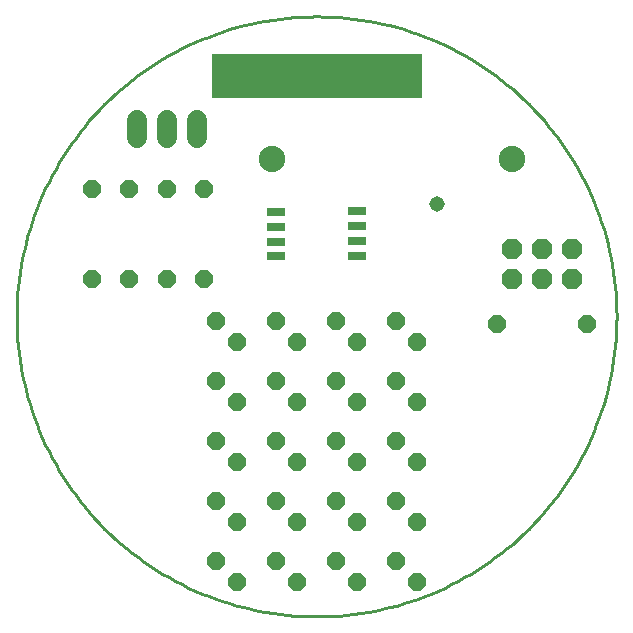
<source format=gbs>
G75*
%MOIN*%
%OFA0B0*%
%FSLAX25Y25*%
%IPPOS*%
%LPD*%
%AMOC8*
5,1,8,0,0,1.08239X$1,22.5*
%
%ADD10C,0.01000*%
%ADD11R,0.70000X0.15000*%
%ADD12C,0.08800*%
%ADD13R,0.06312X0.02769*%
%ADD14OC8,0.06800*%
%ADD15C,0.01200*%
%ADD16OC8,0.06000*%
%ADD17C,0.06800*%
%ADD18C,0.05156*%
D10*
X0001500Y0114770D02*
X0001530Y0117224D01*
X0001620Y0119677D01*
X0001771Y0122126D01*
X0001982Y0124572D01*
X0002252Y0127011D01*
X0002582Y0129443D01*
X0002972Y0131866D01*
X0003421Y0134279D01*
X0003930Y0136680D01*
X0004497Y0139068D01*
X0005122Y0141441D01*
X0005806Y0143798D01*
X0006547Y0146138D01*
X0007346Y0148459D01*
X0008201Y0150760D01*
X0009112Y0153038D01*
X0010079Y0155294D01*
X0011101Y0157526D01*
X0012178Y0159731D01*
X0013308Y0161910D01*
X0014491Y0164060D01*
X0015727Y0166180D01*
X0017015Y0168270D01*
X0018353Y0170327D01*
X0019742Y0172351D01*
X0021179Y0174340D01*
X0022665Y0176293D01*
X0024199Y0178209D01*
X0025779Y0180087D01*
X0027405Y0181926D01*
X0029075Y0183724D01*
X0030789Y0185481D01*
X0032546Y0187195D01*
X0034344Y0188865D01*
X0036183Y0190491D01*
X0038061Y0192071D01*
X0039977Y0193605D01*
X0041930Y0195091D01*
X0043919Y0196528D01*
X0045943Y0197917D01*
X0048000Y0199255D01*
X0050090Y0200543D01*
X0052210Y0201779D01*
X0054360Y0202962D01*
X0056539Y0204092D01*
X0058744Y0205169D01*
X0060976Y0206191D01*
X0063232Y0207158D01*
X0065510Y0208069D01*
X0067811Y0208924D01*
X0070132Y0209723D01*
X0072472Y0210464D01*
X0074829Y0211148D01*
X0077202Y0211773D01*
X0079590Y0212340D01*
X0081991Y0212849D01*
X0084404Y0213298D01*
X0086827Y0213688D01*
X0089259Y0214018D01*
X0091698Y0214288D01*
X0094144Y0214499D01*
X0096593Y0214650D01*
X0099046Y0214740D01*
X0101500Y0214770D01*
X0103954Y0214740D01*
X0106407Y0214650D01*
X0108856Y0214499D01*
X0111302Y0214288D01*
X0113741Y0214018D01*
X0116173Y0213688D01*
X0118596Y0213298D01*
X0121009Y0212849D01*
X0123410Y0212340D01*
X0125798Y0211773D01*
X0128171Y0211148D01*
X0130528Y0210464D01*
X0132868Y0209723D01*
X0135189Y0208924D01*
X0137490Y0208069D01*
X0139768Y0207158D01*
X0142024Y0206191D01*
X0144256Y0205169D01*
X0146461Y0204092D01*
X0148640Y0202962D01*
X0150790Y0201779D01*
X0152910Y0200543D01*
X0155000Y0199255D01*
X0157057Y0197917D01*
X0159081Y0196528D01*
X0161070Y0195091D01*
X0163023Y0193605D01*
X0164939Y0192071D01*
X0166817Y0190491D01*
X0168656Y0188865D01*
X0170454Y0187195D01*
X0172211Y0185481D01*
X0173925Y0183724D01*
X0175595Y0181926D01*
X0177221Y0180087D01*
X0178801Y0178209D01*
X0180335Y0176293D01*
X0181821Y0174340D01*
X0183258Y0172351D01*
X0184647Y0170327D01*
X0185985Y0168270D01*
X0187273Y0166180D01*
X0188509Y0164060D01*
X0189692Y0161910D01*
X0190822Y0159731D01*
X0191899Y0157526D01*
X0192921Y0155294D01*
X0193888Y0153038D01*
X0194799Y0150760D01*
X0195654Y0148459D01*
X0196453Y0146138D01*
X0197194Y0143798D01*
X0197878Y0141441D01*
X0198503Y0139068D01*
X0199070Y0136680D01*
X0199579Y0134279D01*
X0200028Y0131866D01*
X0200418Y0129443D01*
X0200748Y0127011D01*
X0201018Y0124572D01*
X0201229Y0122126D01*
X0201380Y0119677D01*
X0201470Y0117224D01*
X0201500Y0114770D01*
X0201470Y0112316D01*
X0201380Y0109863D01*
X0201229Y0107414D01*
X0201018Y0104968D01*
X0200748Y0102529D01*
X0200418Y0100097D01*
X0200028Y0097674D01*
X0199579Y0095261D01*
X0199070Y0092860D01*
X0198503Y0090472D01*
X0197878Y0088099D01*
X0197194Y0085742D01*
X0196453Y0083402D01*
X0195654Y0081081D01*
X0194799Y0078780D01*
X0193888Y0076502D01*
X0192921Y0074246D01*
X0191899Y0072014D01*
X0190822Y0069809D01*
X0189692Y0067630D01*
X0188509Y0065480D01*
X0187273Y0063360D01*
X0185985Y0061270D01*
X0184647Y0059213D01*
X0183258Y0057189D01*
X0181821Y0055200D01*
X0180335Y0053247D01*
X0178801Y0051331D01*
X0177221Y0049453D01*
X0175595Y0047614D01*
X0173925Y0045816D01*
X0172211Y0044059D01*
X0170454Y0042345D01*
X0168656Y0040675D01*
X0166817Y0039049D01*
X0164939Y0037469D01*
X0163023Y0035935D01*
X0161070Y0034449D01*
X0159081Y0033012D01*
X0157057Y0031623D01*
X0155000Y0030285D01*
X0152910Y0028997D01*
X0150790Y0027761D01*
X0148640Y0026578D01*
X0146461Y0025448D01*
X0144256Y0024371D01*
X0142024Y0023349D01*
X0139768Y0022382D01*
X0137490Y0021471D01*
X0135189Y0020616D01*
X0132868Y0019817D01*
X0130528Y0019076D01*
X0128171Y0018392D01*
X0125798Y0017767D01*
X0123410Y0017200D01*
X0121009Y0016691D01*
X0118596Y0016242D01*
X0116173Y0015852D01*
X0113741Y0015522D01*
X0111302Y0015252D01*
X0108856Y0015041D01*
X0106407Y0014890D01*
X0103954Y0014800D01*
X0101500Y0014770D01*
X0099046Y0014800D01*
X0096593Y0014890D01*
X0094144Y0015041D01*
X0091698Y0015252D01*
X0089259Y0015522D01*
X0086827Y0015852D01*
X0084404Y0016242D01*
X0081991Y0016691D01*
X0079590Y0017200D01*
X0077202Y0017767D01*
X0074829Y0018392D01*
X0072472Y0019076D01*
X0070132Y0019817D01*
X0067811Y0020616D01*
X0065510Y0021471D01*
X0063232Y0022382D01*
X0060976Y0023349D01*
X0058744Y0024371D01*
X0056539Y0025448D01*
X0054360Y0026578D01*
X0052210Y0027761D01*
X0050090Y0028997D01*
X0048000Y0030285D01*
X0045943Y0031623D01*
X0043919Y0033012D01*
X0041930Y0034449D01*
X0039977Y0035935D01*
X0038061Y0037469D01*
X0036183Y0039049D01*
X0034344Y0040675D01*
X0032546Y0042345D01*
X0030789Y0044059D01*
X0029075Y0045816D01*
X0027405Y0047614D01*
X0025779Y0049453D01*
X0024199Y0051331D01*
X0022665Y0053247D01*
X0021179Y0055200D01*
X0019742Y0057189D01*
X0018353Y0059213D01*
X0017015Y0061270D01*
X0015727Y0063360D01*
X0014491Y0065480D01*
X0013308Y0067630D01*
X0012178Y0069809D01*
X0011101Y0072014D01*
X0010079Y0074246D01*
X0009112Y0076502D01*
X0008201Y0078780D01*
X0007346Y0081081D01*
X0006547Y0083402D01*
X0005806Y0085742D01*
X0005122Y0088099D01*
X0004497Y0090472D01*
X0003930Y0092860D01*
X0003421Y0095261D01*
X0002972Y0097674D01*
X0002582Y0100097D01*
X0002252Y0102529D01*
X0001982Y0104968D01*
X0001771Y0107414D01*
X0001620Y0109863D01*
X0001530Y0112316D01*
X0001500Y0114770D01*
D11*
X0101500Y0194770D03*
D12*
X0086500Y0167270D03*
X0166500Y0167270D03*
D13*
X0114902Y0149770D03*
X0114902Y0144770D03*
X0114902Y0139770D03*
X0114902Y0134770D03*
X0088098Y0134770D03*
X0088098Y0139730D03*
X0088098Y0144730D03*
X0088098Y0149730D03*
D14*
X0166500Y0137270D03*
X0176500Y0137270D03*
X0186500Y0137270D03*
X0186500Y0127270D03*
X0176500Y0127270D03*
X0166500Y0127270D03*
D15*
X0068358Y0031506D02*
X0068958Y0030906D01*
X0066970Y0030906D01*
X0065565Y0032311D01*
X0065565Y0034299D01*
X0066970Y0035704D01*
X0068958Y0035704D01*
X0070363Y0034299D01*
X0070363Y0032311D01*
X0068958Y0030906D01*
X0068585Y0031806D01*
X0067343Y0031806D01*
X0066465Y0032684D01*
X0066465Y0033926D01*
X0067343Y0034804D01*
X0068585Y0034804D01*
X0069463Y0033926D01*
X0069463Y0032684D01*
X0068585Y0031806D01*
X0068212Y0032706D01*
X0067716Y0032706D01*
X0067365Y0033057D01*
X0067365Y0033553D01*
X0067716Y0033904D01*
X0068212Y0033904D01*
X0068563Y0033553D01*
X0068563Y0033057D01*
X0068212Y0032706D01*
X0075430Y0024435D02*
X0076030Y0023835D01*
X0074042Y0023835D01*
X0072637Y0025240D01*
X0072637Y0027228D01*
X0074042Y0028633D01*
X0076030Y0028633D01*
X0077435Y0027228D01*
X0077435Y0025240D01*
X0076030Y0023835D01*
X0075657Y0024735D01*
X0074415Y0024735D01*
X0073537Y0025613D01*
X0073537Y0026855D01*
X0074415Y0027733D01*
X0075657Y0027733D01*
X0076535Y0026855D01*
X0076535Y0025613D01*
X0075657Y0024735D01*
X0075284Y0025635D01*
X0074788Y0025635D01*
X0074437Y0025986D01*
X0074437Y0026482D01*
X0074788Y0026833D01*
X0075284Y0026833D01*
X0075635Y0026482D01*
X0075635Y0025986D01*
X0075284Y0025635D01*
X0088358Y0031506D02*
X0088958Y0030906D01*
X0086970Y0030906D01*
X0085565Y0032311D01*
X0085565Y0034299D01*
X0086970Y0035704D01*
X0088958Y0035704D01*
X0090363Y0034299D01*
X0090363Y0032311D01*
X0088958Y0030906D01*
X0088585Y0031806D01*
X0087343Y0031806D01*
X0086465Y0032684D01*
X0086465Y0033926D01*
X0087343Y0034804D01*
X0088585Y0034804D01*
X0089463Y0033926D01*
X0089463Y0032684D01*
X0088585Y0031806D01*
X0088212Y0032706D01*
X0087716Y0032706D01*
X0087365Y0033057D01*
X0087365Y0033553D01*
X0087716Y0033904D01*
X0088212Y0033904D01*
X0088563Y0033553D01*
X0088563Y0033057D01*
X0088212Y0032706D01*
X0095430Y0024435D02*
X0096030Y0023835D01*
X0094042Y0023835D01*
X0092637Y0025240D01*
X0092637Y0027228D01*
X0094042Y0028633D01*
X0096030Y0028633D01*
X0097435Y0027228D01*
X0097435Y0025240D01*
X0096030Y0023835D01*
X0095657Y0024735D01*
X0094415Y0024735D01*
X0093537Y0025613D01*
X0093537Y0026855D01*
X0094415Y0027733D01*
X0095657Y0027733D01*
X0096535Y0026855D01*
X0096535Y0025613D01*
X0095657Y0024735D01*
X0095284Y0025635D01*
X0094788Y0025635D01*
X0094437Y0025986D01*
X0094437Y0026482D01*
X0094788Y0026833D01*
X0095284Y0026833D01*
X0095635Y0026482D01*
X0095635Y0025986D01*
X0095284Y0025635D01*
X0108358Y0031506D02*
X0108958Y0030906D01*
X0106970Y0030906D01*
X0105565Y0032311D01*
X0105565Y0034299D01*
X0106970Y0035704D01*
X0108958Y0035704D01*
X0110363Y0034299D01*
X0110363Y0032311D01*
X0108958Y0030906D01*
X0108585Y0031806D01*
X0107343Y0031806D01*
X0106465Y0032684D01*
X0106465Y0033926D01*
X0107343Y0034804D01*
X0108585Y0034804D01*
X0109463Y0033926D01*
X0109463Y0032684D01*
X0108585Y0031806D01*
X0108212Y0032706D01*
X0107716Y0032706D01*
X0107365Y0033057D01*
X0107365Y0033553D01*
X0107716Y0033904D01*
X0108212Y0033904D01*
X0108563Y0033553D01*
X0108563Y0033057D01*
X0108212Y0032706D01*
X0115430Y0024435D02*
X0116030Y0023835D01*
X0114042Y0023835D01*
X0112637Y0025240D01*
X0112637Y0027228D01*
X0114042Y0028633D01*
X0116030Y0028633D01*
X0117435Y0027228D01*
X0117435Y0025240D01*
X0116030Y0023835D01*
X0115657Y0024735D01*
X0114415Y0024735D01*
X0113537Y0025613D01*
X0113537Y0026855D01*
X0114415Y0027733D01*
X0115657Y0027733D01*
X0116535Y0026855D01*
X0116535Y0025613D01*
X0115657Y0024735D01*
X0115284Y0025635D01*
X0114788Y0025635D01*
X0114437Y0025986D01*
X0114437Y0026482D01*
X0114788Y0026833D01*
X0115284Y0026833D01*
X0115635Y0026482D01*
X0115635Y0025986D01*
X0115284Y0025635D01*
X0128358Y0031506D02*
X0128958Y0030906D01*
X0126970Y0030906D01*
X0125565Y0032311D01*
X0125565Y0034299D01*
X0126970Y0035704D01*
X0128958Y0035704D01*
X0130363Y0034299D01*
X0130363Y0032311D01*
X0128958Y0030906D01*
X0128585Y0031806D01*
X0127343Y0031806D01*
X0126465Y0032684D01*
X0126465Y0033926D01*
X0127343Y0034804D01*
X0128585Y0034804D01*
X0129463Y0033926D01*
X0129463Y0032684D01*
X0128585Y0031806D01*
X0128212Y0032706D01*
X0127716Y0032706D01*
X0127365Y0033057D01*
X0127365Y0033553D01*
X0127716Y0033904D01*
X0128212Y0033904D01*
X0128563Y0033553D01*
X0128563Y0033057D01*
X0128212Y0032706D01*
X0135430Y0024435D02*
X0136030Y0023835D01*
X0134042Y0023835D01*
X0132637Y0025240D01*
X0132637Y0027228D01*
X0134042Y0028633D01*
X0136030Y0028633D01*
X0137435Y0027228D01*
X0137435Y0025240D01*
X0136030Y0023835D01*
X0135657Y0024735D01*
X0134415Y0024735D01*
X0133537Y0025613D01*
X0133537Y0026855D01*
X0134415Y0027733D01*
X0135657Y0027733D01*
X0136535Y0026855D01*
X0136535Y0025613D01*
X0135657Y0024735D01*
X0135284Y0025635D01*
X0134788Y0025635D01*
X0134437Y0025986D01*
X0134437Y0026482D01*
X0134788Y0026833D01*
X0135284Y0026833D01*
X0135635Y0026482D01*
X0135635Y0025986D01*
X0135284Y0025635D01*
X0135430Y0044435D02*
X0136030Y0043835D01*
X0134042Y0043835D01*
X0132637Y0045240D01*
X0132637Y0047228D01*
X0134042Y0048633D01*
X0136030Y0048633D01*
X0137435Y0047228D01*
X0137435Y0045240D01*
X0136030Y0043835D01*
X0135657Y0044735D01*
X0134415Y0044735D01*
X0133537Y0045613D01*
X0133537Y0046855D01*
X0134415Y0047733D01*
X0135657Y0047733D01*
X0136535Y0046855D01*
X0136535Y0045613D01*
X0135657Y0044735D01*
X0135284Y0045635D01*
X0134788Y0045635D01*
X0134437Y0045986D01*
X0134437Y0046482D01*
X0134788Y0046833D01*
X0135284Y0046833D01*
X0135635Y0046482D01*
X0135635Y0045986D01*
X0135284Y0045635D01*
X0128358Y0051506D02*
X0128958Y0050906D01*
X0126970Y0050906D01*
X0125565Y0052311D01*
X0125565Y0054299D01*
X0126970Y0055704D01*
X0128958Y0055704D01*
X0130363Y0054299D01*
X0130363Y0052311D01*
X0128958Y0050906D01*
X0128585Y0051806D01*
X0127343Y0051806D01*
X0126465Y0052684D01*
X0126465Y0053926D01*
X0127343Y0054804D01*
X0128585Y0054804D01*
X0129463Y0053926D01*
X0129463Y0052684D01*
X0128585Y0051806D01*
X0128212Y0052706D01*
X0127716Y0052706D01*
X0127365Y0053057D01*
X0127365Y0053553D01*
X0127716Y0053904D01*
X0128212Y0053904D01*
X0128563Y0053553D01*
X0128563Y0053057D01*
X0128212Y0052706D01*
X0135430Y0064435D02*
X0136030Y0063835D01*
X0134042Y0063835D01*
X0132637Y0065240D01*
X0132637Y0067228D01*
X0134042Y0068633D01*
X0136030Y0068633D01*
X0137435Y0067228D01*
X0137435Y0065240D01*
X0136030Y0063835D01*
X0135657Y0064735D01*
X0134415Y0064735D01*
X0133537Y0065613D01*
X0133537Y0066855D01*
X0134415Y0067733D01*
X0135657Y0067733D01*
X0136535Y0066855D01*
X0136535Y0065613D01*
X0135657Y0064735D01*
X0135284Y0065635D01*
X0134788Y0065635D01*
X0134437Y0065986D01*
X0134437Y0066482D01*
X0134788Y0066833D01*
X0135284Y0066833D01*
X0135635Y0066482D01*
X0135635Y0065986D01*
X0135284Y0065635D01*
X0128358Y0071506D02*
X0128958Y0070906D01*
X0126970Y0070906D01*
X0125565Y0072311D01*
X0125565Y0074299D01*
X0126970Y0075704D01*
X0128958Y0075704D01*
X0130363Y0074299D01*
X0130363Y0072311D01*
X0128958Y0070906D01*
X0128585Y0071806D01*
X0127343Y0071806D01*
X0126465Y0072684D01*
X0126465Y0073926D01*
X0127343Y0074804D01*
X0128585Y0074804D01*
X0129463Y0073926D01*
X0129463Y0072684D01*
X0128585Y0071806D01*
X0128212Y0072706D01*
X0127716Y0072706D01*
X0127365Y0073057D01*
X0127365Y0073553D01*
X0127716Y0073904D01*
X0128212Y0073904D01*
X0128563Y0073553D01*
X0128563Y0073057D01*
X0128212Y0072706D01*
X0135430Y0084435D02*
X0136030Y0083835D01*
X0134042Y0083835D01*
X0132637Y0085240D01*
X0132637Y0087228D01*
X0134042Y0088633D01*
X0136030Y0088633D01*
X0137435Y0087228D01*
X0137435Y0085240D01*
X0136030Y0083835D01*
X0135657Y0084735D01*
X0134415Y0084735D01*
X0133537Y0085613D01*
X0133537Y0086855D01*
X0134415Y0087733D01*
X0135657Y0087733D01*
X0136535Y0086855D01*
X0136535Y0085613D01*
X0135657Y0084735D01*
X0135284Y0085635D01*
X0134788Y0085635D01*
X0134437Y0085986D01*
X0134437Y0086482D01*
X0134788Y0086833D01*
X0135284Y0086833D01*
X0135635Y0086482D01*
X0135635Y0085986D01*
X0135284Y0085635D01*
X0128358Y0091506D02*
X0128958Y0090906D01*
X0126970Y0090906D01*
X0125565Y0092311D01*
X0125565Y0094299D01*
X0126970Y0095704D01*
X0128958Y0095704D01*
X0130363Y0094299D01*
X0130363Y0092311D01*
X0128958Y0090906D01*
X0128585Y0091806D01*
X0127343Y0091806D01*
X0126465Y0092684D01*
X0126465Y0093926D01*
X0127343Y0094804D01*
X0128585Y0094804D01*
X0129463Y0093926D01*
X0129463Y0092684D01*
X0128585Y0091806D01*
X0128212Y0092706D01*
X0127716Y0092706D01*
X0127365Y0093057D01*
X0127365Y0093553D01*
X0127716Y0093904D01*
X0128212Y0093904D01*
X0128563Y0093553D01*
X0128563Y0093057D01*
X0128212Y0092706D01*
X0115430Y0084435D02*
X0116030Y0083835D01*
X0114042Y0083835D01*
X0112637Y0085240D01*
X0112637Y0087228D01*
X0114042Y0088633D01*
X0116030Y0088633D01*
X0117435Y0087228D01*
X0117435Y0085240D01*
X0116030Y0083835D01*
X0115657Y0084735D01*
X0114415Y0084735D01*
X0113537Y0085613D01*
X0113537Y0086855D01*
X0114415Y0087733D01*
X0115657Y0087733D01*
X0116535Y0086855D01*
X0116535Y0085613D01*
X0115657Y0084735D01*
X0115284Y0085635D01*
X0114788Y0085635D01*
X0114437Y0085986D01*
X0114437Y0086482D01*
X0114788Y0086833D01*
X0115284Y0086833D01*
X0115635Y0086482D01*
X0115635Y0085986D01*
X0115284Y0085635D01*
X0108358Y0091506D02*
X0108958Y0090906D01*
X0106970Y0090906D01*
X0105565Y0092311D01*
X0105565Y0094299D01*
X0106970Y0095704D01*
X0108958Y0095704D01*
X0110363Y0094299D01*
X0110363Y0092311D01*
X0108958Y0090906D01*
X0108585Y0091806D01*
X0107343Y0091806D01*
X0106465Y0092684D01*
X0106465Y0093926D01*
X0107343Y0094804D01*
X0108585Y0094804D01*
X0109463Y0093926D01*
X0109463Y0092684D01*
X0108585Y0091806D01*
X0108212Y0092706D01*
X0107716Y0092706D01*
X0107365Y0093057D01*
X0107365Y0093553D01*
X0107716Y0093904D01*
X0108212Y0093904D01*
X0108563Y0093553D01*
X0108563Y0093057D01*
X0108212Y0092706D01*
X0095430Y0084435D02*
X0096030Y0083835D01*
X0094042Y0083835D01*
X0092637Y0085240D01*
X0092637Y0087228D01*
X0094042Y0088633D01*
X0096030Y0088633D01*
X0097435Y0087228D01*
X0097435Y0085240D01*
X0096030Y0083835D01*
X0095657Y0084735D01*
X0094415Y0084735D01*
X0093537Y0085613D01*
X0093537Y0086855D01*
X0094415Y0087733D01*
X0095657Y0087733D01*
X0096535Y0086855D01*
X0096535Y0085613D01*
X0095657Y0084735D01*
X0095284Y0085635D01*
X0094788Y0085635D01*
X0094437Y0085986D01*
X0094437Y0086482D01*
X0094788Y0086833D01*
X0095284Y0086833D01*
X0095635Y0086482D01*
X0095635Y0085986D01*
X0095284Y0085635D01*
X0088358Y0091506D02*
X0088958Y0090906D01*
X0086970Y0090906D01*
X0085565Y0092311D01*
X0085565Y0094299D01*
X0086970Y0095704D01*
X0088958Y0095704D01*
X0090363Y0094299D01*
X0090363Y0092311D01*
X0088958Y0090906D01*
X0088585Y0091806D01*
X0087343Y0091806D01*
X0086465Y0092684D01*
X0086465Y0093926D01*
X0087343Y0094804D01*
X0088585Y0094804D01*
X0089463Y0093926D01*
X0089463Y0092684D01*
X0088585Y0091806D01*
X0088212Y0092706D01*
X0087716Y0092706D01*
X0087365Y0093057D01*
X0087365Y0093553D01*
X0087716Y0093904D01*
X0088212Y0093904D01*
X0088563Y0093553D01*
X0088563Y0093057D01*
X0088212Y0092706D01*
X0075430Y0084435D02*
X0076030Y0083835D01*
X0074042Y0083835D01*
X0072637Y0085240D01*
X0072637Y0087228D01*
X0074042Y0088633D01*
X0076030Y0088633D01*
X0077435Y0087228D01*
X0077435Y0085240D01*
X0076030Y0083835D01*
X0075657Y0084735D01*
X0074415Y0084735D01*
X0073537Y0085613D01*
X0073537Y0086855D01*
X0074415Y0087733D01*
X0075657Y0087733D01*
X0076535Y0086855D01*
X0076535Y0085613D01*
X0075657Y0084735D01*
X0075284Y0085635D01*
X0074788Y0085635D01*
X0074437Y0085986D01*
X0074437Y0086482D01*
X0074788Y0086833D01*
X0075284Y0086833D01*
X0075635Y0086482D01*
X0075635Y0085986D01*
X0075284Y0085635D01*
X0068358Y0091506D02*
X0068958Y0090906D01*
X0066970Y0090906D01*
X0065565Y0092311D01*
X0065565Y0094299D01*
X0066970Y0095704D01*
X0068958Y0095704D01*
X0070363Y0094299D01*
X0070363Y0092311D01*
X0068958Y0090906D01*
X0068585Y0091806D01*
X0067343Y0091806D01*
X0066465Y0092684D01*
X0066465Y0093926D01*
X0067343Y0094804D01*
X0068585Y0094804D01*
X0069463Y0093926D01*
X0069463Y0092684D01*
X0068585Y0091806D01*
X0068212Y0092706D01*
X0067716Y0092706D01*
X0067365Y0093057D01*
X0067365Y0093553D01*
X0067716Y0093904D01*
X0068212Y0093904D01*
X0068563Y0093553D01*
X0068563Y0093057D01*
X0068212Y0092706D01*
X0075430Y0104435D02*
X0076030Y0103835D01*
X0074042Y0103835D01*
X0072637Y0105240D01*
X0072637Y0107228D01*
X0074042Y0108633D01*
X0076030Y0108633D01*
X0077435Y0107228D01*
X0077435Y0105240D01*
X0076030Y0103835D01*
X0075657Y0104735D01*
X0074415Y0104735D01*
X0073537Y0105613D01*
X0073537Y0106855D01*
X0074415Y0107733D01*
X0075657Y0107733D01*
X0076535Y0106855D01*
X0076535Y0105613D01*
X0075657Y0104735D01*
X0075284Y0105635D01*
X0074788Y0105635D01*
X0074437Y0105986D01*
X0074437Y0106482D01*
X0074788Y0106833D01*
X0075284Y0106833D01*
X0075635Y0106482D01*
X0075635Y0105986D01*
X0075284Y0105635D01*
X0068358Y0111506D02*
X0068958Y0110906D01*
X0066970Y0110906D01*
X0065565Y0112311D01*
X0065565Y0114299D01*
X0066970Y0115704D01*
X0068958Y0115704D01*
X0070363Y0114299D01*
X0070363Y0112311D01*
X0068958Y0110906D01*
X0068585Y0111806D01*
X0067343Y0111806D01*
X0066465Y0112684D01*
X0066465Y0113926D01*
X0067343Y0114804D01*
X0068585Y0114804D01*
X0069463Y0113926D01*
X0069463Y0112684D01*
X0068585Y0111806D01*
X0068212Y0112706D01*
X0067716Y0112706D01*
X0067365Y0113057D01*
X0067365Y0113553D01*
X0067716Y0113904D01*
X0068212Y0113904D01*
X0068563Y0113553D01*
X0068563Y0113057D01*
X0068212Y0112706D01*
X0088358Y0111506D02*
X0088958Y0110906D01*
X0086970Y0110906D01*
X0085565Y0112311D01*
X0085565Y0114299D01*
X0086970Y0115704D01*
X0088958Y0115704D01*
X0090363Y0114299D01*
X0090363Y0112311D01*
X0088958Y0110906D01*
X0088585Y0111806D01*
X0087343Y0111806D01*
X0086465Y0112684D01*
X0086465Y0113926D01*
X0087343Y0114804D01*
X0088585Y0114804D01*
X0089463Y0113926D01*
X0089463Y0112684D01*
X0088585Y0111806D01*
X0088212Y0112706D01*
X0087716Y0112706D01*
X0087365Y0113057D01*
X0087365Y0113553D01*
X0087716Y0113904D01*
X0088212Y0113904D01*
X0088563Y0113553D01*
X0088563Y0113057D01*
X0088212Y0112706D01*
X0095430Y0104435D02*
X0096030Y0103835D01*
X0094042Y0103835D01*
X0092637Y0105240D01*
X0092637Y0107228D01*
X0094042Y0108633D01*
X0096030Y0108633D01*
X0097435Y0107228D01*
X0097435Y0105240D01*
X0096030Y0103835D01*
X0095657Y0104735D01*
X0094415Y0104735D01*
X0093537Y0105613D01*
X0093537Y0106855D01*
X0094415Y0107733D01*
X0095657Y0107733D01*
X0096535Y0106855D01*
X0096535Y0105613D01*
X0095657Y0104735D01*
X0095284Y0105635D01*
X0094788Y0105635D01*
X0094437Y0105986D01*
X0094437Y0106482D01*
X0094788Y0106833D01*
X0095284Y0106833D01*
X0095635Y0106482D01*
X0095635Y0105986D01*
X0095284Y0105635D01*
X0108358Y0111506D02*
X0108958Y0110906D01*
X0106970Y0110906D01*
X0105565Y0112311D01*
X0105565Y0114299D01*
X0106970Y0115704D01*
X0108958Y0115704D01*
X0110363Y0114299D01*
X0110363Y0112311D01*
X0108958Y0110906D01*
X0108585Y0111806D01*
X0107343Y0111806D01*
X0106465Y0112684D01*
X0106465Y0113926D01*
X0107343Y0114804D01*
X0108585Y0114804D01*
X0109463Y0113926D01*
X0109463Y0112684D01*
X0108585Y0111806D01*
X0108212Y0112706D01*
X0107716Y0112706D01*
X0107365Y0113057D01*
X0107365Y0113553D01*
X0107716Y0113904D01*
X0108212Y0113904D01*
X0108563Y0113553D01*
X0108563Y0113057D01*
X0108212Y0112706D01*
X0115430Y0104435D02*
X0116030Y0103835D01*
X0114042Y0103835D01*
X0112637Y0105240D01*
X0112637Y0107228D01*
X0114042Y0108633D01*
X0116030Y0108633D01*
X0117435Y0107228D01*
X0117435Y0105240D01*
X0116030Y0103835D01*
X0115657Y0104735D01*
X0114415Y0104735D01*
X0113537Y0105613D01*
X0113537Y0106855D01*
X0114415Y0107733D01*
X0115657Y0107733D01*
X0116535Y0106855D01*
X0116535Y0105613D01*
X0115657Y0104735D01*
X0115284Y0105635D01*
X0114788Y0105635D01*
X0114437Y0105986D01*
X0114437Y0106482D01*
X0114788Y0106833D01*
X0115284Y0106833D01*
X0115635Y0106482D01*
X0115635Y0105986D01*
X0115284Y0105635D01*
X0128358Y0111506D02*
X0128958Y0110906D01*
X0126970Y0110906D01*
X0125565Y0112311D01*
X0125565Y0114299D01*
X0126970Y0115704D01*
X0128958Y0115704D01*
X0130363Y0114299D01*
X0130363Y0112311D01*
X0128958Y0110906D01*
X0128585Y0111806D01*
X0127343Y0111806D01*
X0126465Y0112684D01*
X0126465Y0113926D01*
X0127343Y0114804D01*
X0128585Y0114804D01*
X0129463Y0113926D01*
X0129463Y0112684D01*
X0128585Y0111806D01*
X0128212Y0112706D01*
X0127716Y0112706D01*
X0127365Y0113057D01*
X0127365Y0113553D01*
X0127716Y0113904D01*
X0128212Y0113904D01*
X0128563Y0113553D01*
X0128563Y0113057D01*
X0128212Y0112706D01*
X0135430Y0104435D02*
X0136030Y0103835D01*
X0134042Y0103835D01*
X0132637Y0105240D01*
X0132637Y0107228D01*
X0134042Y0108633D01*
X0136030Y0108633D01*
X0137435Y0107228D01*
X0137435Y0105240D01*
X0136030Y0103835D01*
X0135657Y0104735D01*
X0134415Y0104735D01*
X0133537Y0105613D01*
X0133537Y0106855D01*
X0134415Y0107733D01*
X0135657Y0107733D01*
X0136535Y0106855D01*
X0136535Y0105613D01*
X0135657Y0104735D01*
X0135284Y0105635D01*
X0134788Y0105635D01*
X0134437Y0105986D01*
X0134437Y0106482D01*
X0134788Y0106833D01*
X0135284Y0106833D01*
X0135635Y0106482D01*
X0135635Y0105986D01*
X0135284Y0105635D01*
X0108358Y0071506D02*
X0108958Y0070906D01*
X0106970Y0070906D01*
X0105565Y0072311D01*
X0105565Y0074299D01*
X0106970Y0075704D01*
X0108958Y0075704D01*
X0110363Y0074299D01*
X0110363Y0072311D01*
X0108958Y0070906D01*
X0108585Y0071806D01*
X0107343Y0071806D01*
X0106465Y0072684D01*
X0106465Y0073926D01*
X0107343Y0074804D01*
X0108585Y0074804D01*
X0109463Y0073926D01*
X0109463Y0072684D01*
X0108585Y0071806D01*
X0108212Y0072706D01*
X0107716Y0072706D01*
X0107365Y0073057D01*
X0107365Y0073553D01*
X0107716Y0073904D01*
X0108212Y0073904D01*
X0108563Y0073553D01*
X0108563Y0073057D01*
X0108212Y0072706D01*
X0115430Y0064435D02*
X0116030Y0063835D01*
X0114042Y0063835D01*
X0112637Y0065240D01*
X0112637Y0067228D01*
X0114042Y0068633D01*
X0116030Y0068633D01*
X0117435Y0067228D01*
X0117435Y0065240D01*
X0116030Y0063835D01*
X0115657Y0064735D01*
X0114415Y0064735D01*
X0113537Y0065613D01*
X0113537Y0066855D01*
X0114415Y0067733D01*
X0115657Y0067733D01*
X0116535Y0066855D01*
X0116535Y0065613D01*
X0115657Y0064735D01*
X0115284Y0065635D01*
X0114788Y0065635D01*
X0114437Y0065986D01*
X0114437Y0066482D01*
X0114788Y0066833D01*
X0115284Y0066833D01*
X0115635Y0066482D01*
X0115635Y0065986D01*
X0115284Y0065635D01*
X0108358Y0051506D02*
X0108958Y0050906D01*
X0106970Y0050906D01*
X0105565Y0052311D01*
X0105565Y0054299D01*
X0106970Y0055704D01*
X0108958Y0055704D01*
X0110363Y0054299D01*
X0110363Y0052311D01*
X0108958Y0050906D01*
X0108585Y0051806D01*
X0107343Y0051806D01*
X0106465Y0052684D01*
X0106465Y0053926D01*
X0107343Y0054804D01*
X0108585Y0054804D01*
X0109463Y0053926D01*
X0109463Y0052684D01*
X0108585Y0051806D01*
X0108212Y0052706D01*
X0107716Y0052706D01*
X0107365Y0053057D01*
X0107365Y0053553D01*
X0107716Y0053904D01*
X0108212Y0053904D01*
X0108563Y0053553D01*
X0108563Y0053057D01*
X0108212Y0052706D01*
X0115430Y0044435D02*
X0116030Y0043835D01*
X0114042Y0043835D01*
X0112637Y0045240D01*
X0112637Y0047228D01*
X0114042Y0048633D01*
X0116030Y0048633D01*
X0117435Y0047228D01*
X0117435Y0045240D01*
X0116030Y0043835D01*
X0115657Y0044735D01*
X0114415Y0044735D01*
X0113537Y0045613D01*
X0113537Y0046855D01*
X0114415Y0047733D01*
X0115657Y0047733D01*
X0116535Y0046855D01*
X0116535Y0045613D01*
X0115657Y0044735D01*
X0115284Y0045635D01*
X0114788Y0045635D01*
X0114437Y0045986D01*
X0114437Y0046482D01*
X0114788Y0046833D01*
X0115284Y0046833D01*
X0115635Y0046482D01*
X0115635Y0045986D01*
X0115284Y0045635D01*
X0095430Y0044435D02*
X0096030Y0043835D01*
X0094042Y0043835D01*
X0092637Y0045240D01*
X0092637Y0047228D01*
X0094042Y0048633D01*
X0096030Y0048633D01*
X0097435Y0047228D01*
X0097435Y0045240D01*
X0096030Y0043835D01*
X0095657Y0044735D01*
X0094415Y0044735D01*
X0093537Y0045613D01*
X0093537Y0046855D01*
X0094415Y0047733D01*
X0095657Y0047733D01*
X0096535Y0046855D01*
X0096535Y0045613D01*
X0095657Y0044735D01*
X0095284Y0045635D01*
X0094788Y0045635D01*
X0094437Y0045986D01*
X0094437Y0046482D01*
X0094788Y0046833D01*
X0095284Y0046833D01*
X0095635Y0046482D01*
X0095635Y0045986D01*
X0095284Y0045635D01*
X0088358Y0051506D02*
X0088958Y0050906D01*
X0086970Y0050906D01*
X0085565Y0052311D01*
X0085565Y0054299D01*
X0086970Y0055704D01*
X0088958Y0055704D01*
X0090363Y0054299D01*
X0090363Y0052311D01*
X0088958Y0050906D01*
X0088585Y0051806D01*
X0087343Y0051806D01*
X0086465Y0052684D01*
X0086465Y0053926D01*
X0087343Y0054804D01*
X0088585Y0054804D01*
X0089463Y0053926D01*
X0089463Y0052684D01*
X0088585Y0051806D01*
X0088212Y0052706D01*
X0087716Y0052706D01*
X0087365Y0053057D01*
X0087365Y0053553D01*
X0087716Y0053904D01*
X0088212Y0053904D01*
X0088563Y0053553D01*
X0088563Y0053057D01*
X0088212Y0052706D01*
X0095430Y0064435D02*
X0096030Y0063835D01*
X0094042Y0063835D01*
X0092637Y0065240D01*
X0092637Y0067228D01*
X0094042Y0068633D01*
X0096030Y0068633D01*
X0097435Y0067228D01*
X0097435Y0065240D01*
X0096030Y0063835D01*
X0095657Y0064735D01*
X0094415Y0064735D01*
X0093537Y0065613D01*
X0093537Y0066855D01*
X0094415Y0067733D01*
X0095657Y0067733D01*
X0096535Y0066855D01*
X0096535Y0065613D01*
X0095657Y0064735D01*
X0095284Y0065635D01*
X0094788Y0065635D01*
X0094437Y0065986D01*
X0094437Y0066482D01*
X0094788Y0066833D01*
X0095284Y0066833D01*
X0095635Y0066482D01*
X0095635Y0065986D01*
X0095284Y0065635D01*
X0088358Y0071506D02*
X0088958Y0070906D01*
X0086970Y0070906D01*
X0085565Y0072311D01*
X0085565Y0074299D01*
X0086970Y0075704D01*
X0088958Y0075704D01*
X0090363Y0074299D01*
X0090363Y0072311D01*
X0088958Y0070906D01*
X0088585Y0071806D01*
X0087343Y0071806D01*
X0086465Y0072684D01*
X0086465Y0073926D01*
X0087343Y0074804D01*
X0088585Y0074804D01*
X0089463Y0073926D01*
X0089463Y0072684D01*
X0088585Y0071806D01*
X0088212Y0072706D01*
X0087716Y0072706D01*
X0087365Y0073057D01*
X0087365Y0073553D01*
X0087716Y0073904D01*
X0088212Y0073904D01*
X0088563Y0073553D01*
X0088563Y0073057D01*
X0088212Y0072706D01*
X0075430Y0064435D02*
X0076030Y0063835D01*
X0074042Y0063835D01*
X0072637Y0065240D01*
X0072637Y0067228D01*
X0074042Y0068633D01*
X0076030Y0068633D01*
X0077435Y0067228D01*
X0077435Y0065240D01*
X0076030Y0063835D01*
X0075657Y0064735D01*
X0074415Y0064735D01*
X0073537Y0065613D01*
X0073537Y0066855D01*
X0074415Y0067733D01*
X0075657Y0067733D01*
X0076535Y0066855D01*
X0076535Y0065613D01*
X0075657Y0064735D01*
X0075284Y0065635D01*
X0074788Y0065635D01*
X0074437Y0065986D01*
X0074437Y0066482D01*
X0074788Y0066833D01*
X0075284Y0066833D01*
X0075635Y0066482D01*
X0075635Y0065986D01*
X0075284Y0065635D01*
X0068358Y0071506D02*
X0068958Y0070906D01*
X0066970Y0070906D01*
X0065565Y0072311D01*
X0065565Y0074299D01*
X0066970Y0075704D01*
X0068958Y0075704D01*
X0070363Y0074299D01*
X0070363Y0072311D01*
X0068958Y0070906D01*
X0068585Y0071806D01*
X0067343Y0071806D01*
X0066465Y0072684D01*
X0066465Y0073926D01*
X0067343Y0074804D01*
X0068585Y0074804D01*
X0069463Y0073926D01*
X0069463Y0072684D01*
X0068585Y0071806D01*
X0068212Y0072706D01*
X0067716Y0072706D01*
X0067365Y0073057D01*
X0067365Y0073553D01*
X0067716Y0073904D01*
X0068212Y0073904D01*
X0068563Y0073553D01*
X0068563Y0073057D01*
X0068212Y0072706D01*
X0068358Y0051506D02*
X0068958Y0050906D01*
X0066970Y0050906D01*
X0065565Y0052311D01*
X0065565Y0054299D01*
X0066970Y0055704D01*
X0068958Y0055704D01*
X0070363Y0054299D01*
X0070363Y0052311D01*
X0068958Y0050906D01*
X0068585Y0051806D01*
X0067343Y0051806D01*
X0066465Y0052684D01*
X0066465Y0053926D01*
X0067343Y0054804D01*
X0068585Y0054804D01*
X0069463Y0053926D01*
X0069463Y0052684D01*
X0068585Y0051806D01*
X0068212Y0052706D01*
X0067716Y0052706D01*
X0067365Y0053057D01*
X0067365Y0053553D01*
X0067716Y0053904D01*
X0068212Y0053904D01*
X0068563Y0053553D01*
X0068563Y0053057D01*
X0068212Y0052706D01*
X0075430Y0044435D02*
X0076030Y0043835D01*
X0074042Y0043835D01*
X0072637Y0045240D01*
X0072637Y0047228D01*
X0074042Y0048633D01*
X0076030Y0048633D01*
X0077435Y0047228D01*
X0077435Y0045240D01*
X0076030Y0043835D01*
X0075657Y0044735D01*
X0074415Y0044735D01*
X0073537Y0045613D01*
X0073537Y0046855D01*
X0074415Y0047733D01*
X0075657Y0047733D01*
X0076535Y0046855D01*
X0076535Y0045613D01*
X0075657Y0044735D01*
X0075284Y0045635D01*
X0074788Y0045635D01*
X0074437Y0045986D01*
X0074437Y0046482D01*
X0074788Y0046833D01*
X0075284Y0046833D01*
X0075635Y0046482D01*
X0075635Y0045986D01*
X0075284Y0045635D01*
D16*
X0064000Y0127270D03*
X0051500Y0127270D03*
X0039000Y0127270D03*
X0026500Y0127270D03*
X0026500Y0157270D03*
X0039000Y0157270D03*
X0051500Y0157270D03*
X0064000Y0157270D03*
X0161500Y0112270D03*
X0191500Y0112270D03*
D17*
X0061500Y0174270D02*
X0061500Y0180270D01*
X0051500Y0180270D02*
X0051500Y0174270D01*
X0041500Y0174270D02*
X0041500Y0180270D01*
D18*
X0141500Y0152270D03*
M02*

</source>
